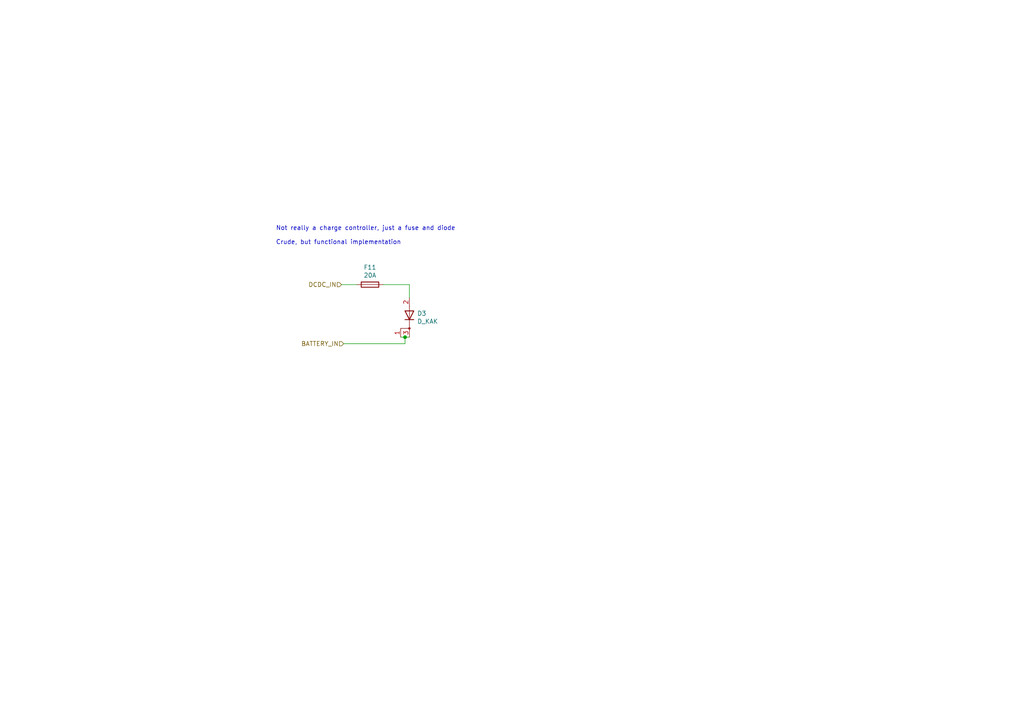
<source format=kicad_sch>
(kicad_sch (version 20211123) (generator eeschema)
  (paper "A4")
  (lib_symbols
    (symbol "Device:D_KAK" (pin_names (offset 0) hide)
      (property "Reference" "D" (at 0 2.54 0))
      (property "Value" "D_KAK" (at 0 -2.54 0))
      (symbol "D_KAK_0_1"
        (circle (center -3.81 0) (radius 0.254) (fill (type outline)))
        (polyline (pts (xy -1.27 1.27) (xy -1.27 -1.27)) (stroke (width 0.254)))
        (polyline (pts (xy -3.81 2.54) (xy -3.81 0) (xy 2.54 0)))
        (polyline (pts (xy 1.27 1.27) (xy 1.27 -1.27) (xy -1.27 0) (xy 1.27 1.27)) (stroke (width 0.254)))
      )
      (symbol "D_KAK_1_1"
        (pin passive line (at -6.35 2.54 0) (length 2.54) (name "K") (number "1"))
        (pin passive line (at 5.08 0 180) (length 2.54) (name "A") (number "2"))
        (pin passive line (at -6.35 0 0) (length 2.54) (name "K") (number "3"))
      )
    )
    (symbol "Device:Fuse" (pin_numbers hide) (pin_names (offset 0))
      (property "Reference" "F" (at 2.032 0 90))
      (property "Value" "Fuse" (at -1.905 0 90))
      (symbol "Fuse_0_1"
        (rectangle (start -0.762 -2.54) (end 0.762 2.54) (stroke (width 0.254)))
        (polyline (pts (xy 0 2.54) (xy 0 -2.54)))
      )
      (symbol "Fuse_1_1"
        (pin passive line (at 0 3.81 270) (length 1.27) (name "~") (number "1"))
        (pin passive line (at 0 -3.81 90) (length 1.27) (name "~") (number "2"))
      )
    )
  )
  (junction (at 117.475 97.79))
  (wire (pts (xy 111.125 82.55) (xy 118.745 82.55)))
  (wire (pts (xy 117.475 97.79) (xy 117.475 99.695)))
  (wire (pts (xy 117.475 99.695) (xy 99.695 99.695)))
  (wire (pts (xy 118.745 97.79) (xy 117.475 97.79)))
  (wire (pts (xy 99.06 82.55) (xy 103.505 82.55)))
  (wire (pts (xy 118.745 82.55) (xy 118.745 86.36)))
  (wire (pts (xy 116.205 97.79) (xy 117.475 97.79)))
  (text "Not really a charge controller, just a fuse and diode\n\nCrude, but functional implementation" (at 80.01 71.12 0) (effects (font (size 1.27 1.27)) (justify left bottom)))
  (hierarchical_label "DCDC_IN" (shape input) (at 99.06 82.55 180))
  (hierarchical_label "BATTERY_IN" (shape input) (at 99.695 99.695 180))
  (symbol (lib_id "Device:Fuse") (at 107.315 82.55 270) (unit 1)
    (property "Reference" "F11" (at 107.315 77.5462 90))
    (property "Value" "20A" (at 107.315 79.8576 90))
    (property "Footprint" "AERO_Footprints:Fuseholder_Blade_Mini_Keystone_3568" (effects hide))
  )
  (symbol (lib_id "Device:D_KAK") (at 118.745 91.44 90) (unit 1)
    (property "Reference" "D3" (at 120.9802 90.9066 90) (effects (justify right)))
    (property "Value" "D_KAK" (at 120.9802 93.218 90) (effects (justify right)))
    (property "Footprint" "Package_TO_SOT_SMD:TO-252-2" (effects hide))
  )
)
</source>
